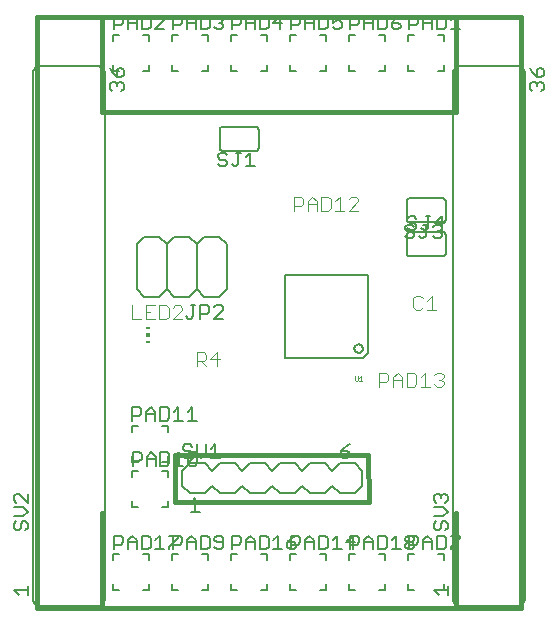
<source format=gto>
G75*
%MOIN*%
%OFA0B0*%
%FSLAX24Y24*%
%IPPOS*%
%LPD*%
%AMOC8*
5,1,8,0,0,1.08239X$1,22.5*
%
%ADD10C,0.0160*%
%ADD11C,0.0060*%
%ADD12C,0.0010*%
%ADD13C,0.0050*%
%ADD14C,0.0040*%
%ADD15R,0.0118X0.0059*%
%ADD16R,0.0118X0.0118*%
D10*
X001046Y000180D02*
X017188Y000180D01*
X017188Y019865D01*
X001046Y019865D01*
X001046Y000180D01*
X003211Y000180D02*
X003211Y003330D01*
X005660Y003719D02*
X012117Y003719D01*
X012101Y005267D01*
X005644Y005267D01*
X005660Y003719D01*
X003211Y000180D02*
X015022Y000180D01*
X015022Y003330D01*
X015022Y016715D02*
X003211Y016715D01*
X003211Y019865D01*
X015022Y019865D01*
X015022Y016715D01*
D11*
X014917Y017985D02*
X014917Y000485D01*
X014638Y000761D02*
X014438Y000761D01*
X014638Y000761D02*
X014638Y000961D01*
X014917Y000485D02*
X014919Y000455D01*
X014924Y000425D01*
X014933Y000396D01*
X014946Y000369D01*
X014961Y000343D01*
X014980Y000319D01*
X015001Y000298D01*
X015025Y000279D01*
X015051Y000264D01*
X015078Y000251D01*
X015107Y000242D01*
X015137Y000237D01*
X015167Y000235D01*
X017067Y000235D01*
X017097Y000237D01*
X017127Y000242D01*
X017156Y000251D01*
X017183Y000264D01*
X017209Y000279D01*
X017233Y000298D01*
X017254Y000319D01*
X017273Y000343D01*
X017288Y000369D01*
X017301Y000396D01*
X017310Y000425D01*
X017315Y000455D01*
X017317Y000485D01*
X017317Y017985D01*
X017315Y018015D01*
X017310Y018045D01*
X017301Y018074D01*
X017288Y018101D01*
X017273Y018127D01*
X017254Y018151D01*
X017233Y018172D01*
X017209Y018191D01*
X017183Y018206D01*
X017156Y018219D01*
X017127Y018228D01*
X017097Y018233D01*
X017067Y018235D01*
X015167Y018235D01*
X015137Y018233D01*
X015107Y018228D01*
X015078Y018219D01*
X015051Y018206D01*
X015025Y018191D01*
X015001Y018172D01*
X014980Y018151D01*
X014961Y018127D01*
X014946Y018101D01*
X014933Y018074D01*
X014924Y018045D01*
X014919Y018015D01*
X014917Y017985D01*
X014638Y018084D02*
X014638Y018284D01*
X014638Y018084D02*
X014438Y018084D01*
X013638Y018084D02*
X013438Y018084D01*
X013438Y018284D01*
X012669Y018284D02*
X012669Y018084D01*
X012469Y018084D01*
X011669Y018084D02*
X011469Y018084D01*
X011469Y018284D01*
X010701Y018284D02*
X010701Y018084D01*
X010501Y018084D01*
X009701Y018084D02*
X009501Y018084D01*
X009501Y018284D01*
X009501Y019084D02*
X009501Y019284D01*
X009701Y019284D01*
X010501Y019284D02*
X010701Y019284D01*
X010701Y019084D01*
X011469Y019084D02*
X011469Y019284D01*
X011669Y019284D01*
X012469Y019284D02*
X012669Y019284D01*
X012669Y019084D01*
X013438Y019084D02*
X013438Y019284D01*
X013638Y019284D01*
X014438Y019284D02*
X014638Y019284D01*
X014638Y019084D01*
X014584Y013828D02*
X013484Y013828D01*
X013467Y013826D01*
X013450Y013822D01*
X013434Y013815D01*
X013420Y013805D01*
X013407Y013792D01*
X013397Y013778D01*
X013390Y013762D01*
X013386Y013745D01*
X013384Y013728D01*
X013384Y013128D01*
X013386Y013111D01*
X013390Y013094D01*
X013397Y013078D01*
X013407Y013064D01*
X013420Y013051D01*
X013434Y013041D01*
X013450Y013034D01*
X013467Y013030D01*
X013484Y013028D01*
X014584Y013028D01*
X014601Y013030D01*
X014618Y013034D01*
X014634Y013041D01*
X014648Y013051D01*
X014661Y013064D01*
X014671Y013078D01*
X014678Y013094D01*
X014682Y013111D01*
X014684Y013128D01*
X014684Y013728D01*
X014682Y013745D01*
X014678Y013762D01*
X014671Y013778D01*
X014661Y013792D01*
X014648Y013805D01*
X014634Y013815D01*
X014618Y013822D01*
X014601Y013826D01*
X014584Y013828D01*
X014580Y012702D02*
X013480Y012702D01*
X013463Y012700D01*
X013446Y012696D01*
X013430Y012689D01*
X013416Y012679D01*
X013403Y012666D01*
X013393Y012652D01*
X013386Y012636D01*
X013382Y012619D01*
X013380Y012602D01*
X013380Y012002D01*
X013382Y011985D01*
X013386Y011968D01*
X013393Y011952D01*
X013403Y011938D01*
X013416Y011925D01*
X013430Y011915D01*
X013446Y011908D01*
X013463Y011904D01*
X013480Y011902D01*
X014580Y011902D01*
X014597Y011904D01*
X014614Y011908D01*
X014630Y011915D01*
X014644Y011925D01*
X014657Y011938D01*
X014667Y011952D01*
X014674Y011968D01*
X014678Y011985D01*
X014680Y012002D01*
X014680Y012602D01*
X014678Y012619D01*
X014674Y012636D01*
X014667Y012652D01*
X014657Y012666D01*
X014644Y012679D01*
X014630Y012689D01*
X014614Y012696D01*
X014597Y012700D01*
X014580Y012702D01*
X012075Y011276D02*
X012075Y008656D01*
X011936Y008517D01*
X009315Y008517D01*
X009315Y011276D01*
X012075Y011276D01*
X011634Y008817D02*
X011636Y008840D01*
X011642Y008863D01*
X011651Y008884D01*
X011664Y008904D01*
X011680Y008921D01*
X011698Y008935D01*
X011718Y008946D01*
X011740Y008954D01*
X011763Y008958D01*
X011787Y008958D01*
X011810Y008954D01*
X011832Y008946D01*
X011852Y008935D01*
X011870Y008921D01*
X011886Y008904D01*
X011899Y008884D01*
X011908Y008863D01*
X011914Y008840D01*
X011916Y008817D01*
X011914Y008794D01*
X011908Y008771D01*
X011899Y008750D01*
X011886Y008730D01*
X011870Y008713D01*
X011852Y008699D01*
X011832Y008688D01*
X011810Y008680D01*
X011787Y008676D01*
X011763Y008676D01*
X011740Y008680D01*
X011718Y008688D01*
X011698Y008699D01*
X011680Y008713D01*
X011664Y008730D01*
X011651Y008750D01*
X011642Y008771D01*
X011636Y008794D01*
X011634Y008817D01*
X011650Y004999D02*
X011150Y004999D01*
X010900Y004749D01*
X010650Y004999D01*
X010150Y004999D01*
X009900Y004749D01*
X009650Y004999D01*
X009150Y004999D01*
X008900Y004749D01*
X008650Y004999D01*
X008150Y004999D01*
X007900Y004749D01*
X007650Y004999D01*
X007150Y004999D01*
X006900Y004749D01*
X006650Y004999D01*
X006150Y004999D01*
X005900Y004749D01*
X005900Y004249D01*
X006150Y003999D01*
X006650Y003999D01*
X006900Y004249D01*
X007150Y003999D01*
X007650Y003999D01*
X007900Y004249D01*
X008150Y003999D01*
X008650Y003999D01*
X008900Y004249D01*
X009150Y003999D01*
X009650Y003999D01*
X009900Y004249D01*
X010150Y003999D01*
X010650Y003999D01*
X010900Y004249D01*
X011150Y003999D01*
X011650Y003999D01*
X011900Y004249D01*
X011900Y004749D01*
X011650Y004999D01*
X011669Y001961D02*
X011469Y001961D01*
X011469Y001761D01*
X010701Y001761D02*
X010701Y001961D01*
X010501Y001961D01*
X009701Y001961D02*
X009501Y001961D01*
X009501Y001761D01*
X009501Y000961D02*
X009501Y000761D01*
X009701Y000761D01*
X010501Y000761D02*
X010701Y000761D01*
X010701Y000961D01*
X011469Y000961D02*
X011469Y000761D01*
X011669Y000761D01*
X012469Y000761D02*
X012669Y000761D01*
X012669Y000961D01*
X013438Y000961D02*
X013438Y000761D01*
X013638Y000761D01*
X013438Y001761D02*
X013438Y001961D01*
X013638Y001961D01*
X014438Y001961D02*
X014638Y001961D01*
X014638Y001761D01*
X012669Y001761D02*
X012669Y001961D01*
X012469Y001961D01*
X008732Y001961D02*
X008732Y001761D01*
X008732Y001961D02*
X008532Y001961D01*
X007732Y001961D02*
X007532Y001961D01*
X007532Y001761D01*
X006764Y001761D02*
X006764Y001961D01*
X006564Y001961D01*
X005764Y001961D02*
X005564Y001961D01*
X005564Y001761D01*
X004795Y001761D02*
X004795Y001961D01*
X004595Y001961D01*
X003795Y001961D02*
X003595Y001961D01*
X003595Y001761D01*
X003595Y000961D02*
X003595Y000761D01*
X003795Y000761D01*
X003317Y000485D02*
X003317Y017985D01*
X003595Y018084D02*
X003595Y018284D01*
X003595Y018084D02*
X003795Y018084D01*
X003317Y017985D02*
X003315Y018015D01*
X003310Y018045D01*
X003301Y018074D01*
X003288Y018101D01*
X003273Y018127D01*
X003254Y018151D01*
X003233Y018172D01*
X003209Y018191D01*
X003183Y018206D01*
X003156Y018219D01*
X003127Y018228D01*
X003097Y018233D01*
X003067Y018235D01*
X001167Y018235D01*
X001137Y018233D01*
X001107Y018228D01*
X001078Y018219D01*
X001051Y018206D01*
X001025Y018191D01*
X001001Y018172D01*
X000980Y018151D01*
X000961Y018127D01*
X000946Y018101D01*
X000933Y018074D01*
X000924Y018045D01*
X000919Y018015D01*
X000917Y017985D01*
X000917Y000485D01*
X000919Y000455D01*
X000924Y000425D01*
X000933Y000396D01*
X000946Y000369D01*
X000961Y000343D01*
X000980Y000319D01*
X001001Y000298D01*
X001025Y000279D01*
X001051Y000264D01*
X001078Y000251D01*
X001107Y000242D01*
X001137Y000237D01*
X001167Y000235D01*
X003067Y000235D01*
X003097Y000237D01*
X003127Y000242D01*
X003156Y000251D01*
X003183Y000264D01*
X003209Y000279D01*
X003233Y000298D01*
X003254Y000319D01*
X003273Y000343D01*
X003288Y000369D01*
X003301Y000396D01*
X003310Y000425D01*
X003315Y000455D01*
X003317Y000485D01*
X004595Y000761D02*
X004795Y000761D01*
X004795Y000961D01*
X005564Y000961D02*
X005564Y000761D01*
X005764Y000761D01*
X006564Y000761D02*
X006764Y000761D01*
X006764Y000961D01*
X007532Y000961D02*
X007532Y000761D01*
X007732Y000761D01*
X008532Y000761D02*
X008732Y000761D01*
X008732Y000961D01*
X005421Y003537D02*
X005221Y003537D01*
X005421Y003537D02*
X005421Y003737D01*
X005421Y004537D02*
X005421Y004737D01*
X005221Y004737D01*
X005210Y005041D02*
X005410Y005041D01*
X005410Y005241D01*
X005410Y006041D02*
X005410Y006241D01*
X005210Y006241D01*
X004410Y006241D02*
X004210Y006241D01*
X004210Y006041D01*
X004210Y005241D02*
X004210Y005041D01*
X004410Y005041D01*
X004421Y004737D02*
X004221Y004737D01*
X004221Y004537D01*
X004221Y003737D02*
X004221Y003537D01*
X004421Y003537D01*
X004634Y010538D02*
X004384Y010788D01*
X004384Y012288D01*
X004634Y012538D01*
X005134Y012538D01*
X005384Y012288D01*
X005384Y010788D01*
X005134Y010538D01*
X004634Y010538D01*
X005384Y010788D02*
X005634Y010538D01*
X006134Y010538D01*
X006384Y010788D01*
X006384Y012288D01*
X006134Y012538D01*
X005634Y012538D01*
X005384Y012288D01*
X006384Y012288D02*
X006634Y012538D01*
X007134Y012538D01*
X007384Y012288D01*
X007384Y010788D01*
X007134Y010538D01*
X006634Y010538D01*
X006384Y010788D01*
X007244Y015414D02*
X008344Y015414D01*
X008361Y015416D01*
X008378Y015420D01*
X008394Y015427D01*
X008408Y015437D01*
X008421Y015450D01*
X008431Y015464D01*
X008438Y015480D01*
X008442Y015497D01*
X008444Y015514D01*
X008444Y016114D01*
X008442Y016131D01*
X008438Y016148D01*
X008431Y016164D01*
X008421Y016178D01*
X008408Y016191D01*
X008394Y016201D01*
X008378Y016208D01*
X008361Y016212D01*
X008344Y016214D01*
X007244Y016214D01*
X007227Y016212D01*
X007210Y016208D01*
X007194Y016201D01*
X007180Y016191D01*
X007167Y016178D01*
X007157Y016164D01*
X007150Y016148D01*
X007146Y016131D01*
X007144Y016114D01*
X007144Y015514D01*
X007146Y015497D01*
X007150Y015480D01*
X007157Y015464D01*
X007167Y015450D01*
X007180Y015437D01*
X007194Y015427D01*
X007210Y015420D01*
X007227Y015416D01*
X007244Y015414D01*
X007532Y018084D02*
X007532Y018284D01*
X007532Y018084D02*
X007732Y018084D01*
X008532Y018084D02*
X008732Y018084D01*
X008732Y018284D01*
X008732Y019084D02*
X008732Y019284D01*
X008532Y019284D01*
X007732Y019284D02*
X007532Y019284D01*
X007532Y019084D01*
X006764Y019084D02*
X006764Y019284D01*
X006564Y019284D01*
X005764Y019284D02*
X005564Y019284D01*
X005564Y019084D01*
X004795Y019084D02*
X004795Y019284D01*
X004595Y019284D01*
X003795Y019284D02*
X003595Y019284D01*
X003595Y019084D01*
X004595Y018084D02*
X004795Y018084D01*
X004795Y018284D01*
X005564Y018284D02*
X005564Y018084D01*
X005764Y018084D01*
X006564Y018084D02*
X006764Y018084D01*
X006764Y018284D01*
D12*
X011656Y007892D02*
X011656Y007767D01*
X011681Y007742D01*
X011731Y007742D01*
X011756Y007767D01*
X011756Y007892D01*
X011803Y007842D02*
X011853Y007892D01*
X011853Y007742D01*
X011803Y007742D02*
X011903Y007742D01*
D13*
X000441Y000610D02*
X000291Y000760D01*
X000742Y000760D01*
X000742Y000610D02*
X000742Y000910D01*
X000667Y002760D02*
X000742Y002835D01*
X000742Y002985D01*
X000667Y003060D01*
X000592Y003060D01*
X000516Y002985D01*
X000516Y002835D01*
X000441Y002760D01*
X000366Y002760D01*
X000291Y002835D01*
X000291Y002985D01*
X000366Y003060D01*
X000291Y003221D02*
X000592Y003221D01*
X000742Y003371D01*
X000592Y003521D01*
X000291Y003521D01*
X000366Y003681D02*
X000291Y003756D01*
X000291Y003906D01*
X000366Y003981D01*
X000441Y003981D01*
X000742Y003681D01*
X000742Y003981D01*
X003620Y002586D02*
X003620Y002136D01*
X003620Y002286D02*
X003846Y002286D01*
X003921Y002361D01*
X003921Y002511D01*
X003846Y002586D01*
X003620Y002586D01*
X004081Y002436D02*
X004081Y002136D01*
X004081Y002361D02*
X004381Y002361D01*
X004381Y002436D02*
X004381Y002136D01*
X004541Y002136D02*
X004766Y002136D01*
X004841Y002211D01*
X004841Y002511D01*
X004766Y002586D01*
X004541Y002586D01*
X004541Y002136D01*
X004381Y002436D02*
X004231Y002586D01*
X004081Y002436D01*
X005002Y002436D02*
X005152Y002586D01*
X005152Y002136D01*
X005002Y002136D02*
X005302Y002136D01*
X005462Y002136D02*
X005462Y002211D01*
X005762Y002511D01*
X005762Y002586D01*
X005462Y002586D01*
X005589Y002586D02*
X005814Y002586D01*
X005889Y002511D01*
X005889Y002361D01*
X005814Y002286D01*
X005589Y002286D01*
X005589Y002136D02*
X005589Y002586D01*
X006049Y002436D02*
X006049Y002136D01*
X006049Y002361D02*
X006350Y002361D01*
X006350Y002436D02*
X006199Y002586D01*
X006049Y002436D01*
X006350Y002436D02*
X006350Y002136D01*
X006510Y002136D02*
X006735Y002136D01*
X006810Y002211D01*
X006810Y002511D01*
X006735Y002586D01*
X006510Y002586D01*
X006510Y002136D01*
X006970Y002211D02*
X007045Y002136D01*
X007195Y002136D01*
X007270Y002211D01*
X007270Y002511D01*
X007195Y002586D01*
X007045Y002586D01*
X006970Y002511D01*
X006970Y002436D01*
X007045Y002361D01*
X007270Y002361D01*
X007557Y002286D02*
X007783Y002286D01*
X007858Y002361D01*
X007858Y002511D01*
X007783Y002586D01*
X007557Y002586D01*
X007557Y002136D01*
X008018Y002136D02*
X008018Y002436D01*
X008168Y002586D01*
X008318Y002436D01*
X008318Y002136D01*
X008478Y002136D02*
X008703Y002136D01*
X008778Y002211D01*
X008778Y002511D01*
X008703Y002586D01*
X008478Y002586D01*
X008478Y002136D01*
X008318Y002361D02*
X008018Y002361D01*
X008939Y002436D02*
X009089Y002586D01*
X009089Y002136D01*
X008939Y002136D02*
X009239Y002136D01*
X009399Y002211D02*
X009399Y002361D01*
X009624Y002361D01*
X009699Y002286D01*
X009699Y002211D01*
X009624Y002136D01*
X009474Y002136D01*
X009399Y002211D01*
X009526Y002136D02*
X009526Y002586D01*
X009751Y002586D01*
X009826Y002511D01*
X009826Y002361D01*
X009751Y002286D01*
X009526Y002286D01*
X009399Y002361D02*
X009549Y002511D01*
X009699Y002586D01*
X009986Y002436D02*
X010136Y002586D01*
X010287Y002436D01*
X010287Y002136D01*
X010447Y002136D02*
X010672Y002136D01*
X010747Y002211D01*
X010747Y002511D01*
X010672Y002586D01*
X010447Y002586D01*
X010447Y002136D01*
X010287Y002361D02*
X009986Y002361D01*
X009986Y002436D02*
X009986Y002136D01*
X010907Y002136D02*
X011207Y002136D01*
X011057Y002136D02*
X011057Y002586D01*
X010907Y002436D01*
X011367Y002361D02*
X011668Y002361D01*
X011720Y002286D02*
X011494Y002286D01*
X011367Y002361D02*
X011593Y002586D01*
X011593Y002136D01*
X011494Y002136D02*
X011494Y002586D01*
X011720Y002586D01*
X011795Y002511D01*
X011795Y002361D01*
X011720Y002286D01*
X011955Y002361D02*
X012255Y002361D01*
X012255Y002436D02*
X012105Y002586D01*
X011955Y002436D01*
X011955Y002136D01*
X012255Y002136D02*
X012255Y002436D01*
X012415Y002586D02*
X012640Y002586D01*
X012715Y002511D01*
X012715Y002211D01*
X012640Y002136D01*
X012415Y002136D01*
X012415Y002586D01*
X012876Y002436D02*
X013026Y002586D01*
X013026Y002136D01*
X012876Y002136D02*
X013176Y002136D01*
X013336Y002211D02*
X013336Y002286D01*
X013411Y002361D01*
X013561Y002361D01*
X013636Y002286D01*
X013636Y002211D01*
X013561Y002136D01*
X013411Y002136D01*
X013336Y002211D01*
X013463Y002136D02*
X013463Y002586D01*
X013688Y002586D01*
X013763Y002511D01*
X013763Y002361D01*
X013688Y002286D01*
X013463Y002286D01*
X013411Y002361D02*
X013336Y002436D01*
X013336Y002511D01*
X013411Y002586D01*
X013561Y002586D01*
X013636Y002511D01*
X013636Y002436D01*
X013561Y002361D01*
X013923Y002361D02*
X014224Y002361D01*
X014224Y002436D02*
X014224Y002136D01*
X014384Y002136D02*
X014609Y002136D01*
X014684Y002211D01*
X014684Y002511D01*
X014609Y002586D01*
X014384Y002586D01*
X014384Y002136D01*
X014224Y002436D02*
X014073Y002586D01*
X013923Y002436D01*
X013923Y002136D01*
X014366Y002760D02*
X014441Y002760D01*
X014516Y002835D01*
X014516Y002985D01*
X014592Y003060D01*
X014667Y003060D01*
X014742Y002985D01*
X014742Y002835D01*
X014667Y002760D01*
X014844Y002586D02*
X015144Y002586D01*
X015144Y002511D01*
X014844Y002211D01*
X014844Y002136D01*
X014366Y002760D02*
X014291Y002835D01*
X014291Y002985D01*
X014366Y003060D01*
X014291Y003221D02*
X014592Y003221D01*
X014742Y003371D01*
X014592Y003521D01*
X014291Y003521D01*
X014366Y003681D02*
X014291Y003756D01*
X014291Y003906D01*
X014366Y003981D01*
X014441Y003981D01*
X014516Y003906D01*
X014592Y003981D01*
X014667Y003981D01*
X014742Y003906D01*
X014742Y003756D01*
X014667Y003681D01*
X014516Y003831D02*
X014516Y003906D01*
X014742Y000910D02*
X014742Y000610D01*
X014742Y000760D02*
X014291Y000760D01*
X014441Y000610D01*
X011400Y005174D02*
X011250Y005174D01*
X011175Y005249D01*
X011175Y005399D01*
X011400Y005399D01*
X011475Y005324D01*
X011475Y005249D01*
X011400Y005174D01*
X011175Y005399D02*
X011325Y005549D01*
X011475Y005624D01*
X007146Y005174D02*
X006846Y005174D01*
X006996Y005174D02*
X006996Y005624D01*
X006846Y005474D01*
X006686Y005324D02*
X006686Y005624D01*
X006686Y005324D02*
X006536Y005174D01*
X006386Y005324D01*
X006386Y005624D01*
X006225Y005549D02*
X006150Y005624D01*
X006000Y005624D01*
X005925Y005549D01*
X005925Y005474D01*
X006000Y005399D01*
X006150Y005399D01*
X006225Y005324D01*
X006225Y005249D01*
X006150Y005174D01*
X006000Y005174D01*
X005925Y005249D01*
X006088Y005287D02*
X006088Y004987D01*
X006388Y005287D01*
X006388Y004987D01*
X006313Y004912D01*
X006163Y004912D01*
X006088Y004987D01*
X005928Y004912D02*
X005628Y004912D01*
X005778Y004912D02*
X005778Y005362D01*
X005628Y005212D01*
X005467Y005287D02*
X005467Y004987D01*
X005392Y004912D01*
X005167Y004912D01*
X005167Y005362D01*
X005392Y005362D01*
X005467Y005287D01*
X005007Y005212D02*
X005007Y004912D01*
X005007Y005137D02*
X004707Y005137D01*
X004707Y005212D02*
X004857Y005362D01*
X005007Y005212D01*
X004707Y005212D02*
X004707Y004912D01*
X004547Y005137D02*
X004472Y005062D01*
X004246Y005062D01*
X004246Y004912D02*
X004246Y005362D01*
X004472Y005362D01*
X004547Y005287D01*
X004547Y005137D01*
X004695Y006416D02*
X004695Y006716D01*
X004845Y006866D01*
X004995Y006716D01*
X004995Y006416D01*
X005155Y006416D02*
X005381Y006416D01*
X005456Y006491D01*
X005456Y006791D01*
X005381Y006866D01*
X005155Y006866D01*
X005155Y006416D01*
X004995Y006641D02*
X004695Y006641D01*
X004535Y006641D02*
X004535Y006791D01*
X004460Y006866D01*
X004235Y006866D01*
X004235Y006416D01*
X004235Y006566D02*
X004460Y006566D01*
X004535Y006641D01*
X005616Y006716D02*
X005766Y006866D01*
X005766Y006416D01*
X005616Y006416D02*
X005916Y006416D01*
X006076Y006416D02*
X006376Y006416D01*
X006226Y006416D02*
X006226Y006866D01*
X006076Y006716D01*
X006163Y005362D02*
X006313Y005362D01*
X006388Y005287D01*
X006163Y005362D02*
X006088Y005287D01*
X006325Y003824D02*
X006175Y003674D01*
X006325Y003824D02*
X006325Y003374D01*
X006175Y003374D02*
X006475Y003374D01*
X006489Y009813D02*
X006489Y010264D01*
X006714Y010264D01*
X006789Y010189D01*
X006789Y010038D01*
X006714Y009963D01*
X006489Y009963D01*
X006253Y009888D02*
X006253Y010264D01*
X006178Y010264D02*
X006328Y010264D01*
X006253Y009888D02*
X006178Y009813D01*
X006103Y009813D01*
X006028Y009888D01*
X006949Y009813D02*
X007249Y010114D01*
X007249Y010189D01*
X007174Y010264D01*
X007024Y010264D01*
X006949Y010189D01*
X006949Y009813D02*
X007249Y009813D01*
X007313Y014889D02*
X007163Y014889D01*
X007088Y014964D01*
X007163Y015114D02*
X007088Y015189D01*
X007088Y015264D01*
X007163Y015339D01*
X007313Y015339D01*
X007388Y015264D01*
X007313Y015114D02*
X007163Y015114D01*
X007313Y015114D02*
X007388Y015039D01*
X007388Y014964D01*
X007313Y014889D01*
X007548Y014964D02*
X007623Y014889D01*
X007698Y014889D01*
X007773Y014964D01*
X007773Y015339D01*
X007698Y015339D02*
X007848Y015339D01*
X008008Y015189D02*
X008159Y015339D01*
X008159Y014889D01*
X008309Y014889D02*
X008008Y014889D01*
X003942Y017485D02*
X003867Y017410D01*
X003942Y017485D02*
X003942Y017635D01*
X003867Y017710D01*
X003792Y017710D01*
X003716Y017635D01*
X003716Y017560D01*
X003716Y017635D02*
X003641Y017710D01*
X003566Y017710D01*
X003491Y017635D01*
X003491Y017485D01*
X003566Y017410D01*
X003716Y017871D02*
X003716Y018096D01*
X003792Y018171D01*
X003867Y018171D01*
X003942Y018096D01*
X003942Y017946D01*
X003867Y017871D01*
X003716Y017871D01*
X003566Y018021D01*
X003491Y018171D01*
X003620Y019459D02*
X003620Y019909D01*
X003846Y019909D01*
X003921Y019834D01*
X003921Y019684D01*
X003846Y019609D01*
X003620Y019609D01*
X004081Y019684D02*
X004381Y019684D01*
X004381Y019759D02*
X004381Y019459D01*
X004541Y019459D02*
X004766Y019459D01*
X004841Y019534D01*
X004841Y019834D01*
X004766Y019909D01*
X004541Y019909D01*
X004541Y019459D01*
X004381Y019759D02*
X004231Y019909D01*
X004081Y019759D01*
X004081Y019459D01*
X005002Y019459D02*
X005302Y019759D01*
X005302Y019834D01*
X005227Y019909D01*
X005077Y019909D01*
X005002Y019834D01*
X005002Y019459D02*
X005302Y019459D01*
X005589Y019459D02*
X005589Y019909D01*
X005814Y019909D01*
X005889Y019834D01*
X005889Y019684D01*
X005814Y019609D01*
X005589Y019609D01*
X006049Y019684D02*
X006350Y019684D01*
X006350Y019759D02*
X006350Y019459D01*
X006510Y019459D02*
X006735Y019459D01*
X006810Y019534D01*
X006810Y019834D01*
X006735Y019909D01*
X006510Y019909D01*
X006510Y019459D01*
X006350Y019759D02*
X006199Y019909D01*
X006049Y019759D01*
X006049Y019459D01*
X006970Y019534D02*
X007045Y019459D01*
X007195Y019459D01*
X007270Y019534D01*
X007270Y019609D01*
X007195Y019684D01*
X007120Y019684D01*
X007195Y019684D02*
X007270Y019759D01*
X007270Y019834D01*
X007195Y019909D01*
X007045Y019909D01*
X006970Y019834D01*
X007557Y019909D02*
X007557Y019459D01*
X007557Y019609D02*
X007783Y019609D01*
X007858Y019684D01*
X007858Y019834D01*
X007783Y019909D01*
X007557Y019909D01*
X008018Y019759D02*
X008018Y019459D01*
X008018Y019684D02*
X008318Y019684D01*
X008318Y019759D02*
X008318Y019459D01*
X008478Y019459D02*
X008703Y019459D01*
X008778Y019534D01*
X008778Y019834D01*
X008703Y019909D01*
X008478Y019909D01*
X008478Y019459D01*
X008318Y019759D02*
X008168Y019909D01*
X008018Y019759D01*
X008939Y019684D02*
X009239Y019684D01*
X009164Y019459D02*
X009164Y019909D01*
X008939Y019684D01*
X009526Y019609D02*
X009751Y019609D01*
X009826Y019684D01*
X009826Y019834D01*
X009751Y019909D01*
X009526Y019909D01*
X009526Y019459D01*
X009986Y019459D02*
X009986Y019759D01*
X010136Y019909D01*
X010287Y019759D01*
X010287Y019459D01*
X010447Y019459D02*
X010672Y019459D01*
X010747Y019534D01*
X010747Y019834D01*
X010672Y019909D01*
X010447Y019909D01*
X010447Y019459D01*
X010287Y019684D02*
X009986Y019684D01*
X010907Y019684D02*
X011057Y019759D01*
X011132Y019759D01*
X011207Y019684D01*
X011207Y019534D01*
X011132Y019459D01*
X010982Y019459D01*
X010907Y019534D01*
X010907Y019684D02*
X010907Y019909D01*
X011207Y019909D01*
X011494Y019909D02*
X011720Y019909D01*
X011795Y019834D01*
X011795Y019684D01*
X011720Y019609D01*
X011494Y019609D01*
X011494Y019459D02*
X011494Y019909D01*
X011955Y019759D02*
X011955Y019459D01*
X011955Y019684D02*
X012255Y019684D01*
X012255Y019759D02*
X012255Y019459D01*
X012415Y019459D02*
X012640Y019459D01*
X012715Y019534D01*
X012715Y019834D01*
X012640Y019909D01*
X012415Y019909D01*
X012415Y019459D01*
X012255Y019759D02*
X012105Y019909D01*
X011955Y019759D01*
X012876Y019684D02*
X012876Y019534D01*
X012951Y019459D01*
X013101Y019459D01*
X013176Y019534D01*
X013176Y019609D01*
X013101Y019684D01*
X012876Y019684D01*
X013026Y019834D01*
X013176Y019909D01*
X013463Y019909D02*
X013688Y019909D01*
X013763Y019834D01*
X013763Y019684D01*
X013688Y019609D01*
X013463Y019609D01*
X013463Y019459D02*
X013463Y019909D01*
X013923Y019759D02*
X013923Y019459D01*
X013923Y019684D02*
X014224Y019684D01*
X014224Y019759D02*
X014224Y019459D01*
X014384Y019459D02*
X014609Y019459D01*
X014684Y019534D01*
X014684Y019834D01*
X014609Y019909D01*
X014384Y019909D01*
X014384Y019459D01*
X014224Y019759D02*
X014073Y019909D01*
X013923Y019759D01*
X014844Y019759D02*
X014994Y019909D01*
X014994Y019459D01*
X014844Y019459D02*
X015144Y019459D01*
X017491Y018171D02*
X017566Y018021D01*
X017716Y017871D01*
X017716Y018096D01*
X017792Y018171D01*
X017867Y018171D01*
X017942Y018096D01*
X017942Y017946D01*
X017867Y017871D01*
X017716Y017871D01*
X017641Y017710D02*
X017716Y017635D01*
X017792Y017710D01*
X017867Y017710D01*
X017942Y017635D01*
X017942Y017485D01*
X017867Y017410D01*
X017716Y017560D02*
X017716Y017635D01*
X017641Y017710D02*
X017566Y017710D01*
X017491Y017635D01*
X017491Y017485D01*
X017566Y017410D01*
X014551Y013227D02*
X014326Y013002D01*
X014626Y013002D01*
X014549Y012878D02*
X014549Y012803D01*
X014474Y012728D01*
X014549Y012653D01*
X014549Y012578D01*
X014474Y012503D01*
X014324Y012503D01*
X014249Y012578D01*
X014399Y012728D02*
X014474Y012728D01*
X014551Y012777D02*
X014551Y013227D01*
X014474Y012953D02*
X014324Y012953D01*
X014249Y012878D01*
X014091Y012852D02*
X014091Y013227D01*
X014016Y013227D02*
X014166Y013227D01*
X014088Y012953D02*
X013938Y012953D01*
X014013Y012953D02*
X014013Y012578D01*
X013938Y012503D01*
X013863Y012503D01*
X013788Y012578D01*
X013628Y012578D02*
X013553Y012503D01*
X013403Y012503D01*
X013328Y012578D01*
X013403Y012728D02*
X013328Y012803D01*
X013328Y012878D01*
X013403Y012953D01*
X013553Y012953D01*
X013628Y012878D01*
X013705Y012852D02*
X013630Y012777D01*
X013480Y012777D01*
X013405Y012852D01*
X013403Y012728D02*
X013553Y012728D01*
X013628Y012653D01*
X013628Y012578D01*
X013705Y012852D02*
X013705Y012927D01*
X013630Y013002D01*
X013480Y013002D01*
X013405Y013077D01*
X013405Y013152D01*
X013480Y013227D01*
X013630Y013227D01*
X013705Y013152D01*
X013865Y012852D02*
X013941Y012777D01*
X014016Y012777D01*
X014091Y012852D01*
X014474Y012953D02*
X014549Y012878D01*
D14*
X014216Y010574D02*
X014216Y010113D01*
X014369Y010113D02*
X014062Y010113D01*
X013909Y010190D02*
X013832Y010113D01*
X013678Y010113D01*
X013602Y010190D01*
X013602Y010497D01*
X013678Y010574D01*
X013832Y010574D01*
X013909Y010497D01*
X014062Y010420D02*
X014216Y010574D01*
X014379Y008011D02*
X014532Y008011D01*
X014609Y007934D01*
X014609Y007857D01*
X014532Y007781D01*
X014609Y007704D01*
X014609Y007627D01*
X014532Y007550D01*
X014379Y007550D01*
X014302Y007627D01*
X014149Y007550D02*
X013842Y007550D01*
X013995Y007550D02*
X013995Y008011D01*
X013842Y007857D01*
X013688Y007934D02*
X013688Y007627D01*
X013612Y007550D01*
X013381Y007550D01*
X013381Y008011D01*
X013612Y008011D01*
X013688Y007934D01*
X013228Y007857D02*
X013228Y007550D01*
X013228Y007781D02*
X012921Y007781D01*
X012921Y007857D02*
X013075Y008011D01*
X013228Y007857D01*
X012921Y007857D02*
X012921Y007550D01*
X012691Y007704D02*
X012461Y007704D01*
X012461Y007550D02*
X012461Y008011D01*
X012691Y008011D01*
X012768Y007934D01*
X012768Y007781D01*
X012691Y007704D01*
X014302Y007934D02*
X014379Y008011D01*
X014456Y007781D02*
X014532Y007781D01*
X011763Y013420D02*
X011456Y013420D01*
X011763Y013727D01*
X011763Y013804D01*
X011686Y013881D01*
X011533Y013881D01*
X011456Y013804D01*
X011149Y013881D02*
X011149Y013420D01*
X011302Y013420D02*
X010995Y013420D01*
X010842Y013497D02*
X010842Y013804D01*
X010765Y013881D01*
X010535Y013881D01*
X010535Y013420D01*
X010765Y013420D01*
X010842Y013497D01*
X010995Y013727D02*
X011149Y013881D01*
X010382Y013727D02*
X010382Y013420D01*
X010382Y013651D02*
X010075Y013651D01*
X010075Y013727D02*
X010228Y013881D01*
X010382Y013727D01*
X010075Y013727D02*
X010075Y013420D01*
X009921Y013651D02*
X009844Y013574D01*
X009614Y013574D01*
X009614Y013420D02*
X009614Y013881D01*
X009844Y013881D01*
X009921Y013804D01*
X009921Y013651D01*
X005904Y010182D02*
X005827Y010259D01*
X005673Y010259D01*
X005597Y010182D01*
X005443Y010182D02*
X005366Y010259D01*
X005136Y010259D01*
X005136Y009798D01*
X005366Y009798D01*
X005443Y009875D01*
X005443Y010182D01*
X005597Y009798D02*
X005904Y010105D01*
X005904Y010182D01*
X005904Y009798D02*
X005597Y009798D01*
X004983Y009798D02*
X004676Y009798D01*
X004676Y010259D01*
X004983Y010259D01*
X004829Y010029D02*
X004676Y010029D01*
X004522Y009798D02*
X004215Y009798D01*
X004215Y010259D01*
X006377Y008696D02*
X006377Y008235D01*
X006377Y008389D02*
X006607Y008389D01*
X006684Y008466D01*
X006684Y008619D01*
X006607Y008696D01*
X006377Y008696D01*
X006531Y008389D02*
X006684Y008235D01*
X006838Y008466D02*
X007145Y008466D01*
X007068Y008696D02*
X007068Y008235D01*
X006838Y008466D02*
X007068Y008696D01*
D15*
X004754Y009042D03*
X004754Y009515D03*
D16*
X004754Y009278D03*
M02*

</source>
